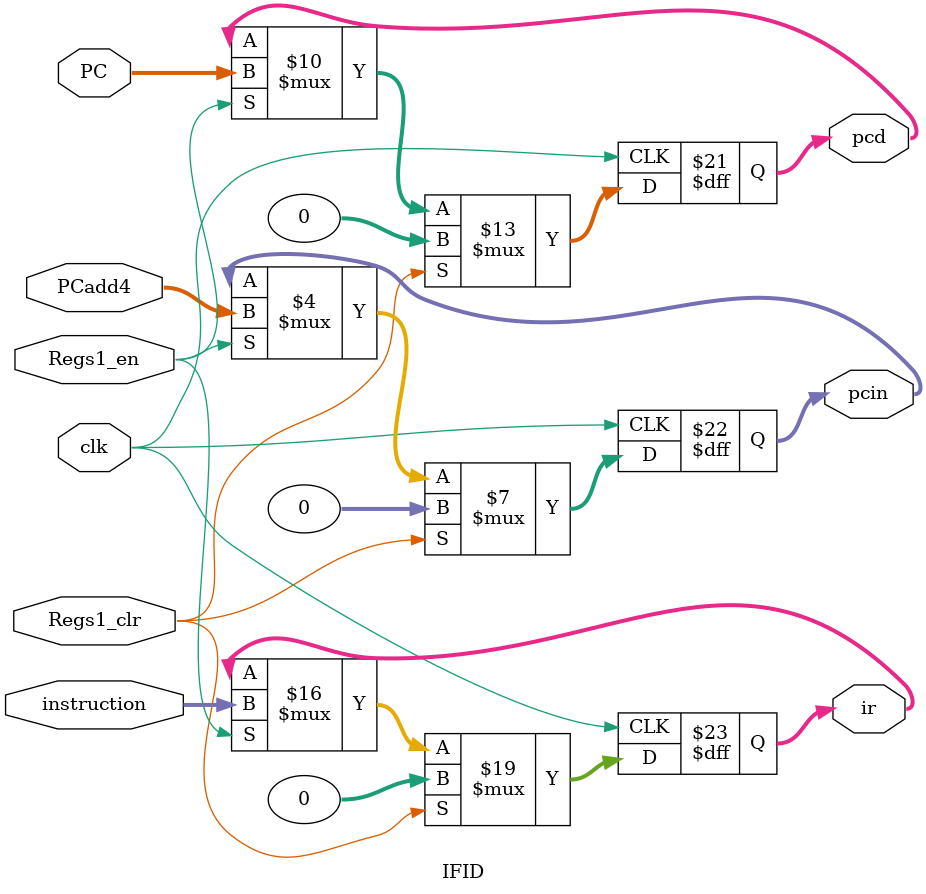
<source format=v>
`timescale 1ns / 1ps


module IFID(
    input clk,Regs1_en,Regs1_clr,
    input [31:0] PC,PCadd4,instruction,
    output reg [31:0] pcd,pcin,ir
    );
    initial begin
        ir=0;
    end
    always @(posedge clk) begin
        if (Regs1_clr)begin
            ir <= 0;
            pcd <= 0;
            pcin <= 0;
        end 
        else if(Regs1_en)begin
            ir <= instruction;
            pcd <= PC;
            pcin <= PCadd4;
        end 
        else begin 
            ir <= ir;
            pcd <= pcd;
            pcin <= pcin;
        end
    end
endmodule

</source>
